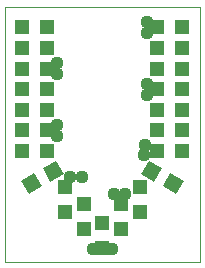
<source format=gts>
G75*
%MOIN*%
%OFA0B0*%
%FSLAX24Y24*%
%IPPOS*%
%LPD*%
%AMOC8*
5,1,8,0,0,1.08239X$1,22.5*
%
%ADD10C,0.0000*%
%ADD11R,0.0512X0.0512*%
%ADD12R,0.0512X0.0512*%
%ADD13C,0.0437*%
D10*
X002392Y002517D02*
X002392Y011017D01*
X008892Y011017D01*
X008892Y002517D01*
X002392Y002517D01*
D11*
X004392Y004166D03*
X005017Y004430D03*
X004392Y004993D03*
X003805Y006204D03*
X003805Y006892D03*
X003805Y007579D03*
X003805Y008267D03*
X003805Y008954D03*
X003805Y009642D03*
X003805Y010329D03*
X002978Y010329D03*
X002978Y009642D03*
X002978Y008954D03*
X002978Y008267D03*
X002978Y007579D03*
X002978Y006892D03*
X002978Y006204D03*
X005017Y003603D03*
X005642Y003805D03*
X006267Y003603D03*
X006892Y004166D03*
X006267Y004430D03*
X006892Y004993D03*
X007478Y006204D03*
X007478Y006892D03*
X007478Y007579D03*
X007478Y008267D03*
X007478Y008954D03*
X007478Y009642D03*
X007478Y010329D03*
X008305Y010329D03*
X008305Y009642D03*
X008305Y008954D03*
X008305Y008267D03*
X008305Y007579D03*
X008305Y006892D03*
X008305Y006204D03*
X005642Y002978D03*
D12*
G36*
X007633Y005629D02*
X007377Y005187D01*
X006935Y005443D01*
X007191Y005885D01*
X007633Y005629D01*
G37*
G36*
X008349Y005215D02*
X008093Y004773D01*
X007651Y005029D01*
X007907Y005471D01*
X008349Y005215D01*
G37*
G36*
X003907Y005187D02*
X003651Y005629D01*
X004093Y005885D01*
X004349Y005443D01*
X003907Y005187D01*
G37*
G36*
X003191Y004773D02*
X002935Y005215D01*
X003377Y005471D01*
X003633Y005029D01*
X003191Y004773D01*
G37*
D13*
X004579Y005329D03*
X004954Y005329D03*
X006017Y004767D03*
X006392Y004767D03*
X007017Y006079D03*
X007079Y006392D03*
X007142Y008079D03*
X007142Y008454D03*
X007142Y010142D03*
X007142Y010517D03*
X004142Y009142D03*
X004142Y008767D03*
X004142Y007079D03*
X004142Y006704D03*
X005329Y002954D03*
X005954Y002954D03*
M02*

</source>
